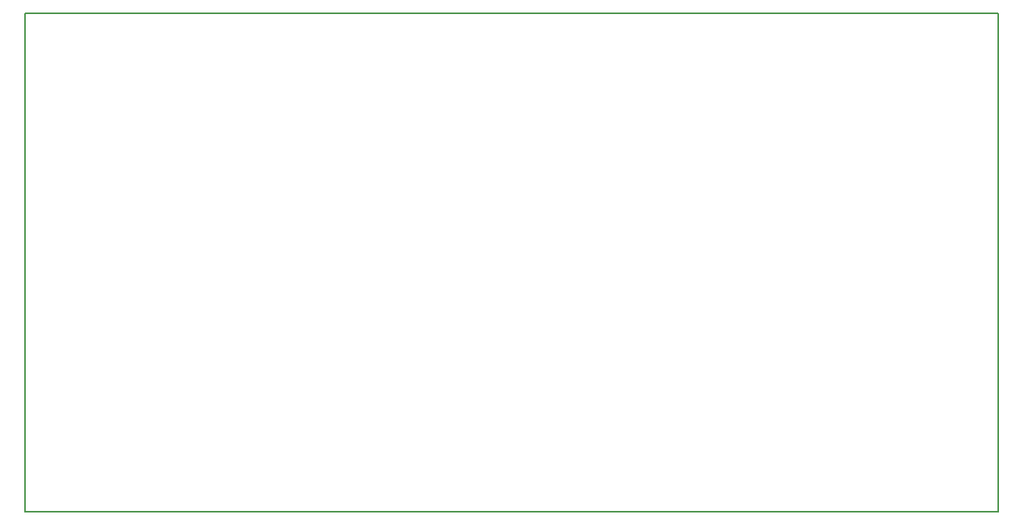
<source format=gbr>
%TF.GenerationSoftware,KiCad,Pcbnew,(6.0.5-0)*%
%TF.CreationDate,2022-06-29T18:32:03+01:00*%
%TF.ProjectId,revised_minh_design,72657669-7365-4645-9f6d-696e685f6465,rev?*%
%TF.SameCoordinates,Original*%
%TF.FileFunction,Profile,NP*%
%FSLAX46Y46*%
G04 Gerber Fmt 4.6, Leading zero omitted, Abs format (unit mm)*
G04 Created by KiCad (PCBNEW (6.0.5-0)) date 2022-06-29 18:32:03*
%MOMM*%
%LPD*%
G01*
G04 APERTURE LIST*
%TA.AperFunction,Profile*%
%ADD10C,0.200000*%
%TD*%
G04 APERTURE END LIST*
D10*
X154940000Y-83185000D02*
X49530000Y-83185000D01*
X49530000Y-83185000D02*
X49530000Y-29210000D01*
X49530000Y-29210000D02*
X154940000Y-29210000D01*
X154940000Y-29210000D02*
X154940000Y-83185000D01*
M02*

</source>
